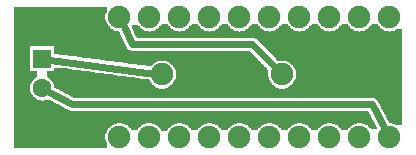
<source format=gbl>
G04 MADE WITH FRITZING*
G04 WWW.FRITZING.ORG*
G04 DOUBLE SIDED*
G04 HOLES PLATED*
G04 CONTOUR ON CENTER OF CONTOUR VECTOR*
%ASAXBY*%
%FSLAX23Y23*%
%MOIN*%
%OFA0B0*%
%SFA1.0B1.0*%
%ADD10C,0.075000*%
%ADD11C,0.062992*%
%ADD12C,0.075334*%
%ADD13R,0.062992X0.062992*%
%ADD14C,0.024000*%
%LNCOPPER0*%
G90*
G70*
G54D10*
X120Y438D03*
G54D11*
X135Y338D03*
X135Y239D03*
X135Y338D03*
X135Y239D03*
G54D10*
X935Y285D03*
X535Y285D03*
X935Y285D03*
X535Y285D03*
G54D12*
X593Y476D03*
X693Y476D03*
X793Y476D03*
X893Y476D03*
X993Y476D03*
X1093Y476D03*
X1193Y476D03*
X1293Y476D03*
X693Y76D03*
X793Y76D03*
X893Y76D03*
X993Y76D03*
X1093Y76D03*
X1193Y76D03*
X1293Y76D03*
X593Y76D03*
X493Y476D03*
X492Y76D03*
X393Y476D03*
X393Y76D03*
G54D13*
X135Y338D03*
X135Y338D03*
G54D14*
X835Y386D02*
X915Y305D01*
D02*
X436Y386D02*
X835Y386D01*
D02*
X407Y447D02*
X436Y386D01*
D02*
X1234Y185D02*
X235Y185D01*
D02*
X235Y185D02*
X159Y226D01*
D02*
X1278Y104D02*
X1234Y185D01*
D02*
X507Y288D02*
X162Y334D01*
G36*
X40Y511D02*
X40Y379D01*
X176Y379D01*
X176Y353D01*
X192Y353D01*
X192Y351D01*
X208Y351D01*
X208Y349D01*
X222Y349D01*
X222Y347D01*
X238Y347D01*
X238Y345D01*
X252Y345D01*
X252Y343D01*
X268Y343D01*
X268Y341D01*
X282Y341D01*
X282Y339D01*
X298Y339D01*
X298Y337D01*
X314Y337D01*
X314Y335D01*
X328Y335D01*
X328Y333D01*
X344Y333D01*
X344Y331D01*
X546Y331D01*
X546Y329D01*
X552Y329D01*
X552Y327D01*
X556Y327D01*
X556Y325D01*
X558Y325D01*
X558Y323D01*
X562Y323D01*
X562Y321D01*
X564Y321D01*
X564Y319D01*
X566Y319D01*
X566Y317D01*
X568Y317D01*
X568Y315D01*
X570Y315D01*
X570Y313D01*
X572Y313D01*
X572Y311D01*
X574Y311D01*
X574Y307D01*
X576Y307D01*
X576Y305D01*
X578Y305D01*
X578Y301D01*
X580Y301D01*
X580Y295D01*
X582Y295D01*
X582Y275D01*
X580Y275D01*
X580Y269D01*
X578Y269D01*
X578Y265D01*
X576Y265D01*
X576Y261D01*
X574Y261D01*
X574Y259D01*
X572Y259D01*
X572Y255D01*
X570Y255D01*
X570Y253D01*
X568Y253D01*
X568Y251D01*
X566Y251D01*
X566Y249D01*
X562Y249D01*
X562Y247D01*
X560Y247D01*
X560Y245D01*
X558Y245D01*
X558Y243D01*
X554Y243D01*
X554Y241D01*
X550Y241D01*
X550Y239D01*
X544Y239D01*
X544Y237D01*
X926Y237D01*
X926Y239D01*
X920Y239D01*
X920Y241D01*
X916Y241D01*
X916Y243D01*
X912Y243D01*
X912Y245D01*
X910Y245D01*
X910Y247D01*
X908Y247D01*
X908Y249D01*
X904Y249D01*
X904Y251D01*
X902Y251D01*
X902Y253D01*
X900Y253D01*
X900Y257D01*
X898Y257D01*
X898Y259D01*
X896Y259D01*
X896Y261D01*
X894Y261D01*
X894Y265D01*
X892Y265D01*
X892Y269D01*
X890Y269D01*
X890Y275D01*
X888Y275D01*
X888Y301D01*
X886Y301D01*
X886Y303D01*
X884Y303D01*
X884Y305D01*
X882Y305D01*
X882Y307D01*
X880Y307D01*
X880Y309D01*
X878Y309D01*
X878Y311D01*
X876Y311D01*
X876Y313D01*
X874Y313D01*
X874Y315D01*
X872Y315D01*
X872Y317D01*
X870Y317D01*
X870Y319D01*
X868Y319D01*
X868Y321D01*
X866Y321D01*
X866Y323D01*
X864Y323D01*
X864Y325D01*
X862Y325D01*
X862Y327D01*
X860Y327D01*
X860Y329D01*
X858Y329D01*
X858Y331D01*
X856Y331D01*
X856Y335D01*
X854Y335D01*
X854Y337D01*
X852Y337D01*
X852Y339D01*
X850Y339D01*
X850Y341D01*
X848Y341D01*
X848Y343D01*
X846Y343D01*
X846Y345D01*
X844Y345D01*
X844Y347D01*
X842Y347D01*
X842Y349D01*
X840Y349D01*
X840Y351D01*
X838Y351D01*
X838Y353D01*
X836Y353D01*
X836Y355D01*
X834Y355D01*
X834Y357D01*
X832Y357D01*
X832Y359D01*
X830Y359D01*
X830Y361D01*
X828Y361D01*
X828Y363D01*
X430Y363D01*
X430Y365D01*
X426Y365D01*
X426Y367D01*
X422Y367D01*
X422Y369D01*
X420Y369D01*
X420Y371D01*
X418Y371D01*
X418Y375D01*
X416Y375D01*
X416Y377D01*
X414Y377D01*
X414Y383D01*
X412Y383D01*
X412Y387D01*
X410Y387D01*
X410Y391D01*
X408Y391D01*
X408Y395D01*
X406Y395D01*
X406Y399D01*
X404Y399D01*
X404Y403D01*
X402Y403D01*
X402Y407D01*
X400Y407D01*
X400Y411D01*
X398Y411D01*
X398Y417D01*
X396Y417D01*
X396Y421D01*
X394Y421D01*
X394Y425D01*
X392Y425D01*
X392Y429D01*
X382Y429D01*
X382Y431D01*
X376Y431D01*
X376Y433D01*
X372Y433D01*
X372Y435D01*
X370Y435D01*
X370Y437D01*
X366Y437D01*
X366Y439D01*
X364Y439D01*
X364Y441D01*
X362Y441D01*
X362Y443D01*
X360Y443D01*
X360Y445D01*
X358Y445D01*
X358Y447D01*
X356Y447D01*
X356Y449D01*
X354Y449D01*
X354Y453D01*
X352Y453D01*
X352Y455D01*
X350Y455D01*
X350Y461D01*
X348Y461D01*
X348Y465D01*
X346Y465D01*
X346Y485D01*
X348Y485D01*
X348Y491D01*
X350Y491D01*
X350Y511D01*
X40Y511D01*
G37*
D02*
G36*
X534Y453D02*
X534Y451D01*
X532Y451D01*
X532Y449D01*
X530Y449D01*
X530Y447D01*
X528Y447D01*
X528Y445D01*
X526Y445D01*
X526Y443D01*
X524Y443D01*
X524Y441D01*
X522Y441D01*
X522Y439D01*
X520Y439D01*
X520Y437D01*
X518Y437D01*
X518Y435D01*
X514Y435D01*
X514Y433D01*
X510Y433D01*
X510Y431D01*
X504Y431D01*
X504Y429D01*
X494Y429D01*
X494Y427D01*
X592Y427D01*
X592Y429D01*
X582Y429D01*
X582Y431D01*
X576Y431D01*
X576Y433D01*
X572Y433D01*
X572Y435D01*
X570Y435D01*
X570Y437D01*
X566Y437D01*
X566Y439D01*
X564Y439D01*
X564Y441D01*
X562Y441D01*
X562Y443D01*
X560Y443D01*
X560Y445D01*
X558Y445D01*
X558Y447D01*
X556Y447D01*
X556Y449D01*
X554Y449D01*
X554Y453D01*
X534Y453D01*
G37*
D02*
G36*
X634Y453D02*
X634Y451D01*
X632Y451D01*
X632Y449D01*
X630Y449D01*
X630Y447D01*
X628Y447D01*
X628Y445D01*
X626Y445D01*
X626Y443D01*
X624Y443D01*
X624Y441D01*
X622Y441D01*
X622Y439D01*
X620Y439D01*
X620Y437D01*
X618Y437D01*
X618Y435D01*
X614Y435D01*
X614Y433D01*
X610Y433D01*
X610Y431D01*
X604Y431D01*
X604Y429D01*
X594Y429D01*
X594Y427D01*
X692Y427D01*
X692Y429D01*
X682Y429D01*
X682Y431D01*
X676Y431D01*
X676Y433D01*
X672Y433D01*
X672Y435D01*
X670Y435D01*
X670Y437D01*
X666Y437D01*
X666Y439D01*
X664Y439D01*
X664Y441D01*
X662Y441D01*
X662Y443D01*
X660Y443D01*
X660Y445D01*
X658Y445D01*
X658Y447D01*
X656Y447D01*
X656Y449D01*
X654Y449D01*
X654Y453D01*
X634Y453D01*
G37*
D02*
G36*
X734Y453D02*
X734Y451D01*
X732Y451D01*
X732Y449D01*
X730Y449D01*
X730Y447D01*
X728Y447D01*
X728Y445D01*
X726Y445D01*
X726Y443D01*
X724Y443D01*
X724Y441D01*
X722Y441D01*
X722Y439D01*
X720Y439D01*
X720Y437D01*
X718Y437D01*
X718Y435D01*
X714Y435D01*
X714Y433D01*
X710Y433D01*
X710Y431D01*
X704Y431D01*
X704Y429D01*
X694Y429D01*
X694Y427D01*
X792Y427D01*
X792Y429D01*
X782Y429D01*
X782Y431D01*
X776Y431D01*
X776Y433D01*
X772Y433D01*
X772Y435D01*
X770Y435D01*
X770Y437D01*
X766Y437D01*
X766Y439D01*
X764Y439D01*
X764Y441D01*
X762Y441D01*
X762Y443D01*
X760Y443D01*
X760Y445D01*
X758Y445D01*
X758Y447D01*
X756Y447D01*
X756Y449D01*
X754Y449D01*
X754Y453D01*
X734Y453D01*
G37*
D02*
G36*
X834Y453D02*
X834Y451D01*
X832Y451D01*
X832Y449D01*
X830Y449D01*
X830Y447D01*
X828Y447D01*
X828Y445D01*
X826Y445D01*
X826Y443D01*
X824Y443D01*
X824Y441D01*
X822Y441D01*
X822Y439D01*
X820Y439D01*
X820Y437D01*
X818Y437D01*
X818Y435D01*
X814Y435D01*
X814Y433D01*
X810Y433D01*
X810Y431D01*
X804Y431D01*
X804Y429D01*
X794Y429D01*
X794Y427D01*
X892Y427D01*
X892Y429D01*
X882Y429D01*
X882Y431D01*
X876Y431D01*
X876Y433D01*
X872Y433D01*
X872Y435D01*
X870Y435D01*
X870Y437D01*
X866Y437D01*
X866Y439D01*
X864Y439D01*
X864Y441D01*
X862Y441D01*
X862Y443D01*
X860Y443D01*
X860Y445D01*
X858Y445D01*
X858Y447D01*
X856Y447D01*
X856Y449D01*
X854Y449D01*
X854Y453D01*
X834Y453D01*
G37*
D02*
G36*
X934Y453D02*
X934Y451D01*
X932Y451D01*
X932Y449D01*
X930Y449D01*
X930Y447D01*
X928Y447D01*
X928Y445D01*
X926Y445D01*
X926Y443D01*
X924Y443D01*
X924Y441D01*
X922Y441D01*
X922Y439D01*
X920Y439D01*
X920Y437D01*
X918Y437D01*
X918Y435D01*
X914Y435D01*
X914Y433D01*
X910Y433D01*
X910Y431D01*
X904Y431D01*
X904Y429D01*
X894Y429D01*
X894Y427D01*
X992Y427D01*
X992Y429D01*
X982Y429D01*
X982Y431D01*
X976Y431D01*
X976Y433D01*
X972Y433D01*
X972Y435D01*
X970Y435D01*
X970Y437D01*
X966Y437D01*
X966Y439D01*
X964Y439D01*
X964Y441D01*
X962Y441D01*
X962Y443D01*
X960Y443D01*
X960Y445D01*
X958Y445D01*
X958Y447D01*
X956Y447D01*
X956Y449D01*
X954Y449D01*
X954Y453D01*
X934Y453D01*
G37*
D02*
G36*
X1034Y453D02*
X1034Y451D01*
X1032Y451D01*
X1032Y449D01*
X1030Y449D01*
X1030Y447D01*
X1028Y447D01*
X1028Y445D01*
X1026Y445D01*
X1026Y443D01*
X1024Y443D01*
X1024Y441D01*
X1022Y441D01*
X1022Y439D01*
X1020Y439D01*
X1020Y437D01*
X1018Y437D01*
X1018Y435D01*
X1014Y435D01*
X1014Y433D01*
X1010Y433D01*
X1010Y431D01*
X1004Y431D01*
X1004Y429D01*
X994Y429D01*
X994Y427D01*
X1092Y427D01*
X1092Y429D01*
X1082Y429D01*
X1082Y431D01*
X1076Y431D01*
X1076Y433D01*
X1072Y433D01*
X1072Y435D01*
X1070Y435D01*
X1070Y437D01*
X1066Y437D01*
X1066Y439D01*
X1064Y439D01*
X1064Y441D01*
X1062Y441D01*
X1062Y443D01*
X1060Y443D01*
X1060Y445D01*
X1058Y445D01*
X1058Y447D01*
X1056Y447D01*
X1056Y449D01*
X1054Y449D01*
X1054Y453D01*
X1034Y453D01*
G37*
D02*
G36*
X1134Y453D02*
X1134Y451D01*
X1132Y451D01*
X1132Y449D01*
X1130Y449D01*
X1130Y447D01*
X1128Y447D01*
X1128Y445D01*
X1126Y445D01*
X1126Y443D01*
X1124Y443D01*
X1124Y441D01*
X1122Y441D01*
X1122Y439D01*
X1120Y439D01*
X1120Y437D01*
X1118Y437D01*
X1118Y435D01*
X1114Y435D01*
X1114Y433D01*
X1110Y433D01*
X1110Y431D01*
X1104Y431D01*
X1104Y429D01*
X1094Y429D01*
X1094Y427D01*
X1192Y427D01*
X1192Y429D01*
X1182Y429D01*
X1182Y431D01*
X1176Y431D01*
X1176Y433D01*
X1172Y433D01*
X1172Y435D01*
X1170Y435D01*
X1170Y437D01*
X1166Y437D01*
X1166Y439D01*
X1164Y439D01*
X1164Y441D01*
X1162Y441D01*
X1162Y443D01*
X1160Y443D01*
X1160Y445D01*
X1158Y445D01*
X1158Y447D01*
X1156Y447D01*
X1156Y449D01*
X1154Y449D01*
X1154Y453D01*
X1134Y453D01*
G37*
D02*
G36*
X1234Y453D02*
X1234Y451D01*
X1232Y451D01*
X1232Y449D01*
X1230Y449D01*
X1230Y447D01*
X1228Y447D01*
X1228Y445D01*
X1226Y445D01*
X1226Y443D01*
X1224Y443D01*
X1224Y441D01*
X1222Y441D01*
X1222Y439D01*
X1220Y439D01*
X1220Y437D01*
X1218Y437D01*
X1218Y435D01*
X1214Y435D01*
X1214Y433D01*
X1210Y433D01*
X1210Y431D01*
X1204Y431D01*
X1204Y429D01*
X1194Y429D01*
X1194Y427D01*
X1292Y427D01*
X1292Y429D01*
X1282Y429D01*
X1282Y431D01*
X1276Y431D01*
X1276Y433D01*
X1272Y433D01*
X1272Y435D01*
X1270Y435D01*
X1270Y437D01*
X1266Y437D01*
X1266Y439D01*
X1264Y439D01*
X1264Y441D01*
X1262Y441D01*
X1262Y443D01*
X1260Y443D01*
X1260Y445D01*
X1258Y445D01*
X1258Y447D01*
X1256Y447D01*
X1256Y449D01*
X1254Y449D01*
X1254Y453D01*
X1234Y453D01*
G37*
D02*
G36*
X436Y449D02*
X436Y435D01*
X438Y435D01*
X438Y431D01*
X440Y431D01*
X440Y427D01*
X492Y427D01*
X492Y429D01*
X482Y429D01*
X482Y431D01*
X476Y431D01*
X476Y433D01*
X472Y433D01*
X472Y435D01*
X470Y435D01*
X470Y437D01*
X466Y437D01*
X466Y439D01*
X464Y439D01*
X464Y441D01*
X462Y441D01*
X462Y443D01*
X460Y443D01*
X460Y445D01*
X458Y445D01*
X458Y447D01*
X456Y447D01*
X456Y449D01*
X436Y449D01*
G37*
D02*
G36*
X1314Y435D02*
X1314Y433D01*
X1310Y433D01*
X1310Y431D01*
X1304Y431D01*
X1304Y429D01*
X1294Y429D01*
X1294Y427D01*
X1336Y427D01*
X1336Y435D01*
X1314Y435D01*
G37*
D02*
G36*
X440Y427D02*
X440Y425D01*
X1336Y425D01*
X1336Y427D01*
X440Y427D01*
G37*
D02*
G36*
X440Y427D02*
X440Y425D01*
X1336Y425D01*
X1336Y427D01*
X440Y427D01*
G37*
D02*
G36*
X440Y427D02*
X440Y425D01*
X1336Y425D01*
X1336Y427D01*
X440Y427D01*
G37*
D02*
G36*
X440Y427D02*
X440Y425D01*
X1336Y425D01*
X1336Y427D01*
X440Y427D01*
G37*
D02*
G36*
X440Y427D02*
X440Y425D01*
X1336Y425D01*
X1336Y427D01*
X440Y427D01*
G37*
D02*
G36*
X440Y427D02*
X440Y425D01*
X1336Y425D01*
X1336Y427D01*
X440Y427D01*
G37*
D02*
G36*
X440Y427D02*
X440Y425D01*
X1336Y425D01*
X1336Y427D01*
X440Y427D01*
G37*
D02*
G36*
X440Y427D02*
X440Y425D01*
X1336Y425D01*
X1336Y427D01*
X440Y427D01*
G37*
D02*
G36*
X440Y427D02*
X440Y425D01*
X1336Y425D01*
X1336Y427D01*
X440Y427D01*
G37*
D02*
G36*
X440Y427D02*
X440Y425D01*
X1336Y425D01*
X1336Y427D01*
X440Y427D01*
G37*
D02*
G36*
X442Y425D02*
X442Y421D01*
X444Y421D01*
X444Y417D01*
X446Y417D01*
X446Y413D01*
X448Y413D01*
X448Y409D01*
X450Y409D01*
X450Y407D01*
X842Y407D01*
X842Y405D01*
X846Y405D01*
X846Y403D01*
X850Y403D01*
X850Y401D01*
X852Y401D01*
X852Y399D01*
X854Y399D01*
X854Y397D01*
X856Y397D01*
X856Y395D01*
X858Y395D01*
X858Y393D01*
X860Y393D01*
X860Y391D01*
X862Y391D01*
X862Y389D01*
X864Y389D01*
X864Y387D01*
X866Y387D01*
X866Y385D01*
X868Y385D01*
X868Y383D01*
X870Y383D01*
X870Y381D01*
X872Y381D01*
X872Y379D01*
X874Y379D01*
X874Y377D01*
X876Y377D01*
X876Y375D01*
X878Y375D01*
X878Y373D01*
X880Y373D01*
X880Y371D01*
X882Y371D01*
X882Y369D01*
X884Y369D01*
X884Y367D01*
X886Y367D01*
X886Y365D01*
X888Y365D01*
X888Y363D01*
X890Y363D01*
X890Y361D01*
X892Y361D01*
X892Y359D01*
X894Y359D01*
X894Y357D01*
X896Y357D01*
X896Y355D01*
X898Y355D01*
X898Y353D01*
X900Y353D01*
X900Y351D01*
X902Y351D01*
X902Y349D01*
X904Y349D01*
X904Y347D01*
X906Y347D01*
X906Y345D01*
X908Y345D01*
X908Y343D01*
X910Y343D01*
X910Y341D01*
X912Y341D01*
X912Y339D01*
X914Y339D01*
X914Y337D01*
X916Y337D01*
X916Y333D01*
X918Y333D01*
X918Y331D01*
X946Y331D01*
X946Y329D01*
X952Y329D01*
X952Y327D01*
X956Y327D01*
X956Y325D01*
X958Y325D01*
X958Y323D01*
X962Y323D01*
X962Y321D01*
X964Y321D01*
X964Y319D01*
X966Y319D01*
X966Y317D01*
X968Y317D01*
X968Y315D01*
X970Y315D01*
X970Y313D01*
X972Y313D01*
X972Y311D01*
X974Y311D01*
X974Y307D01*
X976Y307D01*
X976Y305D01*
X978Y305D01*
X978Y301D01*
X980Y301D01*
X980Y295D01*
X982Y295D01*
X982Y275D01*
X980Y275D01*
X980Y269D01*
X978Y269D01*
X978Y265D01*
X976Y265D01*
X976Y261D01*
X974Y261D01*
X974Y259D01*
X972Y259D01*
X972Y255D01*
X970Y255D01*
X970Y253D01*
X968Y253D01*
X968Y251D01*
X966Y251D01*
X966Y249D01*
X962Y249D01*
X962Y247D01*
X960Y247D01*
X960Y245D01*
X958Y245D01*
X958Y243D01*
X954Y243D01*
X954Y241D01*
X950Y241D01*
X950Y239D01*
X944Y239D01*
X944Y237D01*
X1336Y237D01*
X1336Y425D01*
X442Y425D01*
G37*
D02*
G36*
X40Y379D02*
X40Y197D01*
X130Y197D01*
X130Y199D01*
X122Y199D01*
X122Y201D01*
X118Y201D01*
X118Y203D01*
X114Y203D01*
X114Y205D01*
X112Y205D01*
X112Y207D01*
X110Y207D01*
X110Y209D01*
X108Y209D01*
X108Y211D01*
X106Y211D01*
X106Y213D01*
X104Y213D01*
X104Y215D01*
X102Y215D01*
X102Y217D01*
X100Y217D01*
X100Y221D01*
X98Y221D01*
X98Y225D01*
X96Y225D01*
X96Y229D01*
X94Y229D01*
X94Y247D01*
X96Y247D01*
X96Y253D01*
X98Y253D01*
X98Y257D01*
X100Y257D01*
X100Y261D01*
X102Y261D01*
X102Y263D01*
X104Y263D01*
X104Y265D01*
X106Y265D01*
X106Y267D01*
X108Y267D01*
X108Y269D01*
X110Y269D01*
X110Y271D01*
X112Y271D01*
X112Y273D01*
X116Y273D01*
X116Y275D01*
X118Y275D01*
X118Y295D01*
X94Y295D01*
X94Y379D01*
X40Y379D01*
G37*
D02*
G36*
X358Y331D02*
X358Y329D01*
X374Y329D01*
X374Y327D01*
X388Y327D01*
X388Y325D01*
X404Y325D01*
X404Y323D01*
X420Y323D01*
X420Y321D01*
X434Y321D01*
X434Y319D01*
X450Y319D01*
X450Y317D01*
X464Y317D01*
X464Y315D01*
X480Y315D01*
X480Y313D01*
X500Y313D01*
X500Y315D01*
X502Y315D01*
X502Y317D01*
X504Y317D01*
X504Y319D01*
X506Y319D01*
X506Y321D01*
X508Y321D01*
X508Y323D01*
X512Y323D01*
X512Y325D01*
X514Y325D01*
X514Y327D01*
X518Y327D01*
X518Y329D01*
X524Y329D01*
X524Y331D01*
X358Y331D01*
G37*
D02*
G36*
X176Y307D02*
X176Y295D01*
X152Y295D01*
X152Y275D01*
X154Y275D01*
X154Y273D01*
X158Y273D01*
X158Y271D01*
X160Y271D01*
X160Y269D01*
X162Y269D01*
X162Y267D01*
X164Y267D01*
X164Y265D01*
X166Y265D01*
X166Y263D01*
X168Y263D01*
X168Y261D01*
X170Y261D01*
X170Y257D01*
X172Y257D01*
X172Y253D01*
X174Y253D01*
X174Y249D01*
X176Y249D01*
X176Y241D01*
X180Y241D01*
X180Y239D01*
X182Y239D01*
X182Y237D01*
X526Y237D01*
X526Y239D01*
X520Y239D01*
X520Y241D01*
X516Y241D01*
X516Y243D01*
X512Y243D01*
X512Y245D01*
X510Y245D01*
X510Y247D01*
X508Y247D01*
X508Y249D01*
X504Y249D01*
X504Y251D01*
X502Y251D01*
X502Y253D01*
X500Y253D01*
X500Y257D01*
X498Y257D01*
X498Y259D01*
X496Y259D01*
X496Y261D01*
X494Y261D01*
X494Y265D01*
X492Y265D01*
X492Y269D01*
X476Y269D01*
X476Y271D01*
X462Y271D01*
X462Y273D01*
X446Y273D01*
X446Y275D01*
X432Y275D01*
X432Y277D01*
X416Y277D01*
X416Y279D01*
X402Y279D01*
X402Y281D01*
X386Y281D01*
X386Y283D01*
X370Y283D01*
X370Y285D01*
X356Y285D01*
X356Y287D01*
X340Y287D01*
X340Y289D01*
X326Y289D01*
X326Y291D01*
X310Y291D01*
X310Y293D01*
X296Y293D01*
X296Y295D01*
X280Y295D01*
X280Y297D01*
X264Y297D01*
X264Y299D01*
X250Y299D01*
X250Y301D01*
X234Y301D01*
X234Y303D01*
X220Y303D01*
X220Y305D01*
X204Y305D01*
X204Y307D01*
X176Y307D01*
G37*
D02*
G36*
X186Y237D02*
X186Y235D01*
X1336Y235D01*
X1336Y237D01*
X186Y237D01*
G37*
D02*
G36*
X186Y237D02*
X186Y235D01*
X1336Y235D01*
X1336Y237D01*
X186Y237D01*
G37*
D02*
G36*
X186Y237D02*
X186Y235D01*
X1336Y235D01*
X1336Y237D01*
X186Y237D01*
G37*
D02*
G36*
X190Y235D02*
X190Y233D01*
X194Y233D01*
X194Y231D01*
X198Y231D01*
X198Y229D01*
X202Y229D01*
X202Y227D01*
X206Y227D01*
X206Y225D01*
X208Y225D01*
X208Y223D01*
X212Y223D01*
X212Y221D01*
X216Y221D01*
X216Y219D01*
X220Y219D01*
X220Y217D01*
X224Y217D01*
X224Y215D01*
X228Y215D01*
X228Y213D01*
X232Y213D01*
X232Y211D01*
X234Y211D01*
X234Y209D01*
X238Y209D01*
X238Y207D01*
X1240Y207D01*
X1240Y205D01*
X1244Y205D01*
X1244Y203D01*
X1248Y203D01*
X1248Y201D01*
X1250Y201D01*
X1250Y199D01*
X1252Y199D01*
X1252Y197D01*
X1254Y197D01*
X1254Y193D01*
X1256Y193D01*
X1256Y189D01*
X1258Y189D01*
X1258Y185D01*
X1260Y185D01*
X1260Y181D01*
X1262Y181D01*
X1262Y179D01*
X1264Y179D01*
X1264Y175D01*
X1266Y175D01*
X1266Y171D01*
X1268Y171D01*
X1268Y167D01*
X1270Y167D01*
X1270Y163D01*
X1272Y163D01*
X1272Y159D01*
X1274Y159D01*
X1274Y155D01*
X1276Y155D01*
X1276Y153D01*
X1278Y153D01*
X1278Y149D01*
X1280Y149D01*
X1280Y145D01*
X1282Y145D01*
X1282Y141D01*
X1284Y141D01*
X1284Y137D01*
X1286Y137D01*
X1286Y133D01*
X1288Y133D01*
X1288Y129D01*
X1290Y129D01*
X1290Y127D01*
X1292Y127D01*
X1292Y123D01*
X1302Y123D01*
X1302Y121D01*
X1308Y121D01*
X1308Y119D01*
X1312Y119D01*
X1312Y117D01*
X1316Y117D01*
X1316Y115D01*
X1336Y115D01*
X1336Y235D01*
X190Y235D01*
G37*
D02*
G36*
X140Y199D02*
X140Y197D01*
X164Y197D01*
X164Y199D01*
X140Y199D01*
G37*
D02*
G36*
X40Y197D02*
X40Y195D01*
X168Y195D01*
X168Y197D01*
X40Y197D01*
G37*
D02*
G36*
X40Y197D02*
X40Y195D01*
X168Y195D01*
X168Y197D01*
X40Y197D01*
G37*
D02*
G36*
X40Y195D02*
X40Y123D01*
X1202Y123D01*
X1202Y121D01*
X1208Y121D01*
X1208Y119D01*
X1212Y119D01*
X1212Y117D01*
X1216Y117D01*
X1216Y115D01*
X1220Y115D01*
X1220Y113D01*
X1222Y113D01*
X1222Y111D01*
X1224Y111D01*
X1224Y109D01*
X1226Y109D01*
X1226Y107D01*
X1228Y107D01*
X1228Y105D01*
X1230Y105D01*
X1230Y103D01*
X1250Y103D01*
X1250Y111D01*
X1248Y111D01*
X1248Y115D01*
X1246Y115D01*
X1246Y119D01*
X1244Y119D01*
X1244Y123D01*
X1242Y123D01*
X1242Y127D01*
X1240Y127D01*
X1240Y129D01*
X1238Y129D01*
X1238Y133D01*
X1236Y133D01*
X1236Y137D01*
X1234Y137D01*
X1234Y141D01*
X1232Y141D01*
X1232Y145D01*
X1230Y145D01*
X1230Y149D01*
X1228Y149D01*
X1228Y153D01*
X1226Y153D01*
X1226Y155D01*
X1224Y155D01*
X1224Y159D01*
X1222Y159D01*
X1222Y163D01*
X228Y163D01*
X228Y165D01*
X224Y165D01*
X224Y167D01*
X220Y167D01*
X220Y169D01*
X216Y169D01*
X216Y171D01*
X212Y171D01*
X212Y173D01*
X208Y173D01*
X208Y175D01*
X206Y175D01*
X206Y177D01*
X202Y177D01*
X202Y179D01*
X198Y179D01*
X198Y181D01*
X194Y181D01*
X194Y183D01*
X190Y183D01*
X190Y185D01*
X186Y185D01*
X186Y187D01*
X182Y187D01*
X182Y189D01*
X180Y189D01*
X180Y191D01*
X176Y191D01*
X176Y193D01*
X172Y193D01*
X172Y195D01*
X40Y195D01*
G37*
D02*
G36*
X40Y123D02*
X40Y41D01*
X350Y41D01*
X350Y61D01*
X348Y61D01*
X348Y65D01*
X346Y65D01*
X346Y85D01*
X348Y85D01*
X348Y91D01*
X350Y91D01*
X350Y95D01*
X352Y95D01*
X352Y99D01*
X354Y99D01*
X354Y101D01*
X356Y101D01*
X356Y105D01*
X358Y105D01*
X358Y107D01*
X360Y107D01*
X360Y109D01*
X362Y109D01*
X362Y111D01*
X364Y111D01*
X364Y113D01*
X368Y113D01*
X368Y115D01*
X370Y115D01*
X370Y117D01*
X374Y117D01*
X374Y119D01*
X378Y119D01*
X378Y121D01*
X384Y121D01*
X384Y123D01*
X40Y123D01*
G37*
D02*
G36*
X402Y123D02*
X402Y121D01*
X408Y121D01*
X408Y119D01*
X412Y119D01*
X412Y117D01*
X416Y117D01*
X416Y115D01*
X420Y115D01*
X420Y113D01*
X422Y113D01*
X422Y111D01*
X424Y111D01*
X424Y109D01*
X426Y109D01*
X426Y107D01*
X428Y107D01*
X428Y105D01*
X430Y105D01*
X430Y103D01*
X432Y103D01*
X432Y99D01*
X452Y99D01*
X452Y101D01*
X454Y101D01*
X454Y103D01*
X456Y103D01*
X456Y105D01*
X458Y105D01*
X458Y109D01*
X462Y109D01*
X462Y111D01*
X464Y111D01*
X464Y113D01*
X466Y113D01*
X466Y115D01*
X468Y115D01*
X468Y117D01*
X472Y117D01*
X472Y119D01*
X476Y119D01*
X476Y121D01*
X482Y121D01*
X482Y123D01*
X402Y123D01*
G37*
D02*
G36*
X502Y123D02*
X502Y121D01*
X508Y121D01*
X508Y119D01*
X512Y119D01*
X512Y117D01*
X514Y117D01*
X514Y115D01*
X518Y115D01*
X518Y113D01*
X520Y113D01*
X520Y111D01*
X522Y111D01*
X522Y109D01*
X524Y109D01*
X524Y107D01*
X526Y107D01*
X526Y105D01*
X528Y105D01*
X528Y103D01*
X530Y103D01*
X530Y101D01*
X532Y101D01*
X532Y97D01*
X552Y97D01*
X552Y99D01*
X554Y99D01*
X554Y101D01*
X556Y101D01*
X556Y105D01*
X558Y105D01*
X558Y107D01*
X560Y107D01*
X560Y109D01*
X562Y109D01*
X562Y111D01*
X564Y111D01*
X564Y113D01*
X568Y113D01*
X568Y115D01*
X570Y115D01*
X570Y117D01*
X574Y117D01*
X574Y119D01*
X578Y119D01*
X578Y121D01*
X584Y121D01*
X584Y123D01*
X502Y123D01*
G37*
D02*
G36*
X602Y123D02*
X602Y121D01*
X608Y121D01*
X608Y119D01*
X612Y119D01*
X612Y117D01*
X616Y117D01*
X616Y115D01*
X620Y115D01*
X620Y113D01*
X622Y113D01*
X622Y111D01*
X624Y111D01*
X624Y109D01*
X626Y109D01*
X626Y107D01*
X628Y107D01*
X628Y105D01*
X630Y105D01*
X630Y103D01*
X632Y103D01*
X632Y99D01*
X654Y99D01*
X654Y101D01*
X656Y101D01*
X656Y105D01*
X658Y105D01*
X658Y107D01*
X660Y107D01*
X660Y109D01*
X662Y109D01*
X662Y111D01*
X664Y111D01*
X664Y113D01*
X668Y113D01*
X668Y115D01*
X670Y115D01*
X670Y117D01*
X674Y117D01*
X674Y119D01*
X678Y119D01*
X678Y121D01*
X684Y121D01*
X684Y123D01*
X602Y123D01*
G37*
D02*
G36*
X702Y123D02*
X702Y121D01*
X708Y121D01*
X708Y119D01*
X712Y119D01*
X712Y117D01*
X716Y117D01*
X716Y115D01*
X720Y115D01*
X720Y113D01*
X722Y113D01*
X722Y111D01*
X724Y111D01*
X724Y109D01*
X726Y109D01*
X726Y107D01*
X728Y107D01*
X728Y105D01*
X730Y105D01*
X730Y103D01*
X732Y103D01*
X732Y99D01*
X754Y99D01*
X754Y101D01*
X756Y101D01*
X756Y105D01*
X758Y105D01*
X758Y107D01*
X760Y107D01*
X760Y109D01*
X762Y109D01*
X762Y111D01*
X764Y111D01*
X764Y113D01*
X768Y113D01*
X768Y115D01*
X770Y115D01*
X770Y117D01*
X774Y117D01*
X774Y119D01*
X778Y119D01*
X778Y121D01*
X784Y121D01*
X784Y123D01*
X702Y123D01*
G37*
D02*
G36*
X802Y123D02*
X802Y121D01*
X808Y121D01*
X808Y119D01*
X812Y119D01*
X812Y117D01*
X816Y117D01*
X816Y115D01*
X820Y115D01*
X820Y113D01*
X822Y113D01*
X822Y111D01*
X824Y111D01*
X824Y109D01*
X826Y109D01*
X826Y107D01*
X828Y107D01*
X828Y105D01*
X830Y105D01*
X830Y103D01*
X832Y103D01*
X832Y99D01*
X854Y99D01*
X854Y101D01*
X856Y101D01*
X856Y105D01*
X858Y105D01*
X858Y107D01*
X860Y107D01*
X860Y109D01*
X862Y109D01*
X862Y111D01*
X864Y111D01*
X864Y113D01*
X868Y113D01*
X868Y115D01*
X870Y115D01*
X870Y117D01*
X874Y117D01*
X874Y119D01*
X878Y119D01*
X878Y121D01*
X884Y121D01*
X884Y123D01*
X802Y123D01*
G37*
D02*
G36*
X902Y123D02*
X902Y121D01*
X908Y121D01*
X908Y119D01*
X912Y119D01*
X912Y117D01*
X916Y117D01*
X916Y115D01*
X920Y115D01*
X920Y113D01*
X922Y113D01*
X922Y111D01*
X924Y111D01*
X924Y109D01*
X926Y109D01*
X926Y107D01*
X928Y107D01*
X928Y105D01*
X930Y105D01*
X930Y103D01*
X932Y103D01*
X932Y99D01*
X954Y99D01*
X954Y101D01*
X956Y101D01*
X956Y105D01*
X958Y105D01*
X958Y107D01*
X960Y107D01*
X960Y109D01*
X962Y109D01*
X962Y111D01*
X964Y111D01*
X964Y113D01*
X968Y113D01*
X968Y115D01*
X970Y115D01*
X970Y117D01*
X974Y117D01*
X974Y119D01*
X978Y119D01*
X978Y121D01*
X984Y121D01*
X984Y123D01*
X902Y123D01*
G37*
D02*
G36*
X1002Y123D02*
X1002Y121D01*
X1008Y121D01*
X1008Y119D01*
X1012Y119D01*
X1012Y117D01*
X1016Y117D01*
X1016Y115D01*
X1020Y115D01*
X1020Y113D01*
X1022Y113D01*
X1022Y111D01*
X1024Y111D01*
X1024Y109D01*
X1026Y109D01*
X1026Y107D01*
X1028Y107D01*
X1028Y105D01*
X1030Y105D01*
X1030Y103D01*
X1032Y103D01*
X1032Y99D01*
X1054Y99D01*
X1054Y101D01*
X1056Y101D01*
X1056Y105D01*
X1058Y105D01*
X1058Y107D01*
X1060Y107D01*
X1060Y109D01*
X1062Y109D01*
X1062Y111D01*
X1064Y111D01*
X1064Y113D01*
X1068Y113D01*
X1068Y115D01*
X1070Y115D01*
X1070Y117D01*
X1074Y117D01*
X1074Y119D01*
X1078Y119D01*
X1078Y121D01*
X1084Y121D01*
X1084Y123D01*
X1002Y123D01*
G37*
D02*
G36*
X1102Y123D02*
X1102Y121D01*
X1108Y121D01*
X1108Y119D01*
X1112Y119D01*
X1112Y117D01*
X1116Y117D01*
X1116Y115D01*
X1120Y115D01*
X1120Y113D01*
X1122Y113D01*
X1122Y111D01*
X1124Y111D01*
X1124Y109D01*
X1126Y109D01*
X1126Y107D01*
X1128Y107D01*
X1128Y105D01*
X1130Y105D01*
X1130Y103D01*
X1132Y103D01*
X1132Y99D01*
X1154Y99D01*
X1154Y101D01*
X1156Y101D01*
X1156Y105D01*
X1158Y105D01*
X1158Y107D01*
X1160Y107D01*
X1160Y109D01*
X1162Y109D01*
X1162Y111D01*
X1164Y111D01*
X1164Y113D01*
X1168Y113D01*
X1168Y115D01*
X1170Y115D01*
X1170Y117D01*
X1174Y117D01*
X1174Y119D01*
X1178Y119D01*
X1178Y121D01*
X1184Y121D01*
X1184Y123D01*
X1102Y123D01*
G37*
D02*
G04 End of Copper0*
M02*
</source>
